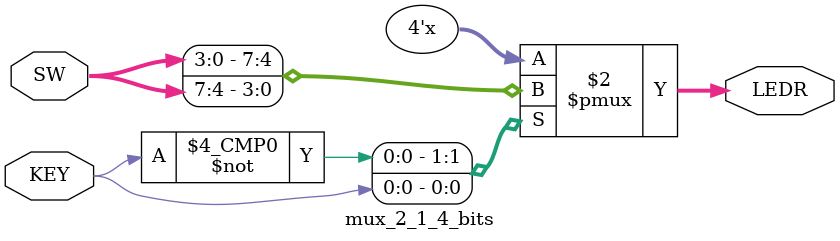
<source format=v>
module mux_2_1_4_bits (
	input [7:0] SW, input KEY,
	output reg [3:0] LEDR);
	always @(*)
		case (KEY)
			2'b0: LEDR = SW[3:0];
			2'b1: LEDR = SW[7:4];
		endcase
endmodule
</source>
